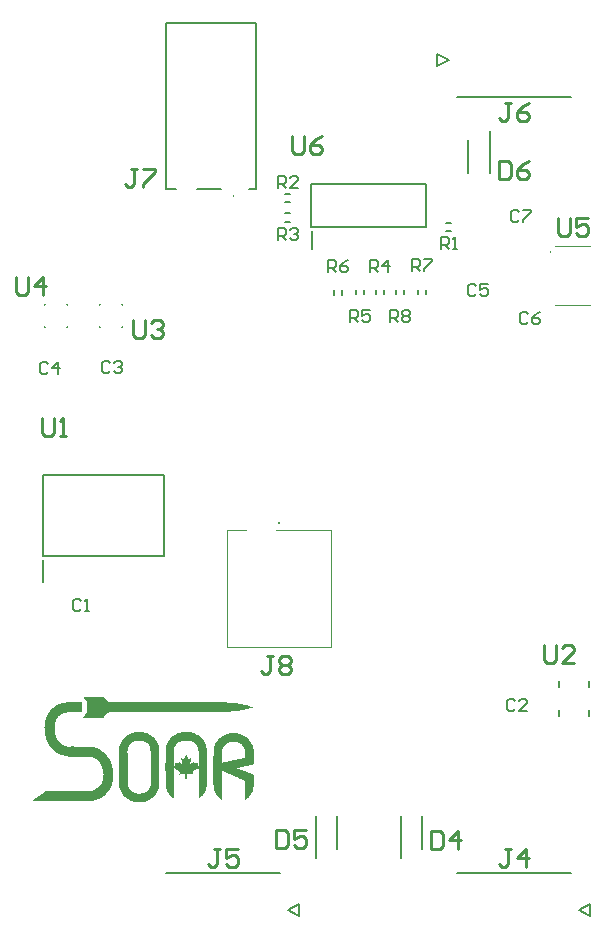
<source format=gto>
G04*
G04 #@! TF.GenerationSoftware,Altium Limited,Altium Designer,24.0.1 (36)*
G04*
G04 Layer_Color=65535*
%FSLAX25Y25*%
%MOIN*%
G70*
G04*
G04 #@! TF.SameCoordinates,8111244A-D8C8-47A8-AF56-D19D7FDA50C5*
G04*
G04*
G04 #@! TF.FilePolarity,Positive*
G04*
G01*
G75*
%ADD10C,0.00394*%
%ADD11C,0.00787*%
%ADD12C,0.00500*%
%ADD13C,0.00800*%
%ADD14C,0.01000*%
G36*
X88334Y106205D02*
X88570D01*
Y106087D01*
X88807D01*
Y105968D01*
X88925D01*
Y105732D01*
X89043D01*
Y105614D01*
X89161D01*
Y105495D01*
X89280D01*
Y105377D01*
X89398D01*
Y105259D01*
X89516D01*
Y105140D01*
X89635D01*
Y105022D01*
X89753D01*
Y104904D01*
X89871D01*
Y104786D01*
X89989D01*
Y104667D01*
X90108D01*
Y104549D01*
X90226D01*
Y104431D01*
X129728D01*
Y104313D01*
X131265D01*
Y104194D01*
X132330D01*
Y104076D01*
X133276D01*
Y103958D01*
X133986D01*
Y103839D01*
X134577D01*
Y103721D01*
X135168D01*
Y103603D01*
X135760D01*
Y103485D01*
X136233D01*
Y103366D01*
X136706D01*
Y103248D01*
X137061D01*
Y103130D01*
X137534D01*
Y103012D01*
X137889D01*
Y102893D01*
X138243D01*
Y102657D01*
X137889D01*
Y102539D01*
X137534D01*
Y102420D01*
X137179D01*
Y102302D01*
X136706D01*
Y102184D01*
X136233D01*
Y102065D01*
X135760D01*
Y101947D01*
X135168D01*
Y101829D01*
X134695D01*
Y101711D01*
X133986D01*
Y101592D01*
X133276D01*
Y101474D01*
X132330D01*
Y101356D01*
X131147D01*
Y101237D01*
X129491D01*
Y101119D01*
X123105D01*
Y101237D01*
X109149D01*
Y101119D01*
X90226D01*
Y101001D01*
X90108D01*
Y100883D01*
X89989D01*
Y100764D01*
X89871D01*
Y100646D01*
X89753D01*
Y100528D01*
X89635D01*
Y100410D01*
X89516D01*
Y100291D01*
X89398D01*
Y100173D01*
X89280D01*
Y100055D01*
X89161D01*
Y99936D01*
X89043D01*
Y99818D01*
X88925D01*
Y99700D01*
X88807D01*
Y99582D01*
X88688D01*
Y99345D01*
X88452D01*
Y99227D01*
X81711D01*
Y99345D01*
X81829D01*
Y99463D01*
X81947D01*
Y99700D01*
X82065D01*
Y99818D01*
X82184D01*
Y99936D01*
X82302D01*
Y100173D01*
X82420D01*
Y100291D01*
X82538D01*
Y100410D01*
X82657D01*
Y100646D01*
X82775D01*
Y100764D01*
X82893D01*
Y101001D01*
X83012D01*
Y104313D01*
X83130D01*
Y104431D01*
X83012D01*
Y104667D01*
X82893D01*
Y104786D01*
X82775D01*
Y104904D01*
X82657D01*
Y105140D01*
X82538D01*
Y105259D01*
X82420D01*
Y105377D01*
X82302D01*
Y105614D01*
X82184D01*
Y105732D01*
X82065D01*
Y105850D01*
X81947D01*
Y106087D01*
X81829D01*
Y106205D01*
X81711D01*
Y106323D01*
X88334D01*
Y106205D01*
D02*
G37*
G36*
X116955Y94378D02*
X117901D01*
Y94260D01*
X118374D01*
Y94141D01*
X118729D01*
Y94023D01*
X119084D01*
Y93905D01*
X119320D01*
Y93787D01*
X119557D01*
Y93668D01*
X119793D01*
Y93550D01*
X120030D01*
Y93432D01*
X120266D01*
Y93313D01*
X120385D01*
Y93195D01*
X120503D01*
Y93077D01*
X120739D01*
Y92959D01*
X120858D01*
Y92840D01*
X120976D01*
Y92722D01*
X121094D01*
Y92604D01*
X121212D01*
Y92486D01*
X121331D01*
Y92367D01*
X121449D01*
Y92249D01*
X121567D01*
Y92131D01*
X121686D01*
Y92013D01*
X121804D01*
Y91776D01*
X121922D01*
Y91658D01*
X122040D01*
Y91421D01*
X122159D01*
Y91303D01*
X122277D01*
Y91066D01*
X122395D01*
Y90830D01*
X122513D01*
Y90593D01*
X122632D01*
Y90238D01*
X122750D01*
Y89765D01*
X122868D01*
Y89292D01*
X122986D01*
Y88346D01*
X123105D01*
Y77229D01*
X122986D01*
Y76164D01*
X122868D01*
Y75691D01*
X122750D01*
Y75336D01*
X122632D01*
Y74982D01*
X122513D01*
Y74745D01*
X122395D01*
Y74509D01*
X122277D01*
Y74272D01*
X122159D01*
Y74154D01*
X122040D01*
Y73917D01*
X121922D01*
Y73799D01*
X121804D01*
Y73681D01*
X121686D01*
Y73444D01*
X121567D01*
Y73326D01*
X121449D01*
Y73208D01*
X121331D01*
Y73089D01*
X121212D01*
Y72971D01*
X121094D01*
Y72853D01*
X120976D01*
Y72735D01*
X120858D01*
Y72616D01*
X120739D01*
Y72498D01*
X120503D01*
Y72380D01*
X120385D01*
Y72262D01*
X120266D01*
Y82314D01*
X120148D01*
Y82433D01*
X119912D01*
Y82314D01*
X119793D01*
Y82196D01*
X119557D01*
Y82078D01*
X119439D01*
Y81960D01*
X119202D01*
Y81841D01*
X119084D01*
Y81723D01*
X118847D01*
Y81605D01*
X118729D01*
Y81486D01*
X118611D01*
Y81368D01*
X118374D01*
Y81132D01*
X118256D01*
Y80659D01*
X118374D01*
Y80422D01*
X117428D01*
Y80540D01*
X116837D01*
Y80659D01*
X116718D01*
Y80540D01*
X116482D01*
Y80304D01*
X116364D01*
Y80186D01*
X116482D01*
Y79121D01*
X116364D01*
Y79003D01*
X116245D01*
Y78885D01*
X116009D01*
Y79003D01*
X115772D01*
Y80540D01*
X115536D01*
Y80659D01*
X115417D01*
Y80540D01*
X114708D01*
Y80422D01*
X113998D01*
Y80304D01*
X113880D01*
Y80659D01*
X113998D01*
Y81250D01*
X113880D01*
Y81368D01*
X113761D01*
Y81486D01*
X113525D01*
Y81605D01*
X113407D01*
Y81723D01*
X113170D01*
Y81841D01*
X113052D01*
Y81960D01*
X112815D01*
Y82078D01*
X112697D01*
Y82196D01*
X112579D01*
Y82314D01*
X112342D01*
Y82433D01*
X112106D01*
Y72380D01*
X111751D01*
Y72498D01*
X111633D01*
Y72616D01*
X111514D01*
Y72735D01*
X111396D01*
Y72853D01*
X111278D01*
Y72971D01*
X111160D01*
Y73089D01*
X111041D01*
Y73208D01*
X110923D01*
Y73326D01*
X110805D01*
Y73444D01*
X110687D01*
Y73563D01*
X110568D01*
Y73681D01*
X110450D01*
Y73917D01*
X110332D01*
Y74036D01*
X110213D01*
Y74154D01*
X110095D01*
Y74390D01*
X109977D01*
Y74627D01*
X109859D01*
Y74863D01*
X109740D01*
Y75100D01*
X109622D01*
Y75455D01*
X109504D01*
Y75810D01*
X109386D01*
Y76401D01*
X109267D01*
Y81368D01*
X109149D01*
Y84325D01*
X109267D01*
Y89174D01*
X109386D01*
Y89647D01*
X109504D01*
Y90120D01*
X109622D01*
Y90475D01*
X109740D01*
Y90711D01*
X109859D01*
Y90948D01*
X109977D01*
Y91185D01*
X110095D01*
Y91421D01*
X110213D01*
Y91539D01*
X110332D01*
Y91776D01*
X110450D01*
Y91894D01*
X110568D01*
Y92131D01*
X110687D01*
Y92249D01*
X110805D01*
Y92367D01*
X110923D01*
Y92486D01*
X111041D01*
Y92604D01*
X111160D01*
Y92722D01*
X111278D01*
Y92840D01*
X111396D01*
Y92959D01*
X111514D01*
Y93077D01*
X111751D01*
Y93195D01*
X111869D01*
Y93313D01*
X112106D01*
Y93432D01*
X112224D01*
Y93550D01*
X112461D01*
Y93668D01*
X112697D01*
Y93787D01*
X112934D01*
Y93905D01*
X113170D01*
Y94023D01*
X113525D01*
Y94141D01*
X113880D01*
Y94260D01*
X114353D01*
Y94378D01*
X115181D01*
Y94496D01*
X116955D01*
Y94378D01*
D02*
G37*
G36*
X132211Y94023D02*
X133394D01*
Y93905D01*
X133986D01*
Y93787D01*
X134340D01*
Y93668D01*
X134695D01*
Y93550D01*
X134932D01*
Y93432D01*
X135168D01*
Y93313D01*
X135405D01*
Y93195D01*
X135641D01*
Y93077D01*
X135760D01*
Y92959D01*
X135996D01*
Y92840D01*
X136114D01*
Y92722D01*
X136233D01*
Y92604D01*
X136351D01*
Y92486D01*
X136588D01*
Y92367D01*
X136706D01*
Y92249D01*
X136824D01*
Y92131D01*
X136942D01*
Y91894D01*
X137061D01*
Y91776D01*
X137179D01*
Y91658D01*
X137297D01*
Y91539D01*
X137415D01*
Y91303D01*
X137534D01*
Y91185D01*
X137652D01*
Y90948D01*
X137770D01*
Y90830D01*
X137889D01*
Y90593D01*
X138007D01*
Y90357D01*
X138125D01*
Y90120D01*
X138243D01*
Y89765D01*
X138362D01*
Y89411D01*
X138480D01*
Y88819D01*
X138598D01*
Y83852D01*
X138480D01*
Y83734D01*
X138362D01*
Y83615D01*
X138125D01*
Y83497D01*
X137534D01*
Y83379D01*
X136942D01*
Y83261D01*
X136351D01*
Y83142D01*
X135878D01*
Y83024D01*
X135286D01*
Y82906D01*
X134695D01*
Y82788D01*
X134222D01*
Y82669D01*
X133631D01*
Y82551D01*
X133158D01*
Y82433D01*
X133039D01*
Y82314D01*
X133276D01*
Y82196D01*
X133631D01*
Y82078D01*
X133986D01*
Y81960D01*
X134340D01*
Y81841D01*
X134695D01*
Y81723D01*
X134932D01*
Y81605D01*
X135286D01*
Y81486D01*
X135641D01*
Y81368D01*
X135996D01*
Y81250D01*
X136351D01*
Y81132D01*
X136588D01*
Y81014D01*
X136942D01*
Y80895D01*
X137297D01*
Y80777D01*
X137652D01*
Y80659D01*
X138007D01*
Y80540D01*
X138243D01*
Y80422D01*
X138480D01*
Y80186D01*
X138598D01*
Y76164D01*
X138480D01*
Y75455D01*
X138362D01*
Y74982D01*
X138243D01*
Y74627D01*
X138125D01*
Y74390D01*
X138007D01*
Y74154D01*
X137889D01*
Y73917D01*
X137770D01*
Y73681D01*
X137652D01*
Y73563D01*
X137534D01*
Y73326D01*
X137415D01*
Y73208D01*
X137297D01*
Y73089D01*
X137179D01*
Y72971D01*
X137061D01*
Y72735D01*
X136942D01*
Y72616D01*
X136824D01*
Y72498D01*
X136588D01*
Y72380D01*
X136469D01*
Y72262D01*
X136351D01*
Y72143D01*
X136233D01*
Y72025D01*
X136114D01*
Y71907D01*
X135878D01*
Y71789D01*
X135760D01*
Y73563D01*
Y73681D01*
Y78057D01*
X135641D01*
Y78293D01*
X135523D01*
Y78412D01*
X135286D01*
Y78530D01*
X134932D01*
Y78648D01*
X134695D01*
Y78766D01*
X134459D01*
Y78885D01*
X134104D01*
Y79003D01*
X133867D01*
Y79121D01*
X133631D01*
Y79239D01*
X133276D01*
Y79358D01*
X133039D01*
Y79476D01*
X132803D01*
Y79594D01*
X132448D01*
Y79712D01*
X132211D01*
Y79831D01*
X131975D01*
Y79949D01*
X131620D01*
Y80067D01*
X131384D01*
Y80186D01*
X131147D01*
Y80304D01*
X130911D01*
Y80422D01*
X130556D01*
Y80540D01*
X130319D01*
Y80659D01*
X130083D01*
Y80777D01*
X129728D01*
Y80895D01*
X129491D01*
Y81014D01*
X129255D01*
Y81132D01*
X129018D01*
Y81250D01*
X128664D01*
Y81368D01*
X128427D01*
Y81486D01*
X128072D01*
Y81250D01*
X127954D01*
Y72262D01*
X128072D01*
Y72025D01*
X127954D01*
Y71907D01*
X127717D01*
Y72025D01*
X127599D01*
Y72143D01*
X127481D01*
Y72262D01*
X127363D01*
Y72380D01*
X127244D01*
Y72498D01*
X127126D01*
Y72616D01*
X127008D01*
Y72735D01*
X126889D01*
Y72853D01*
X126771D01*
Y72971D01*
X126653D01*
Y73089D01*
X126535D01*
Y73208D01*
X126416D01*
Y73326D01*
X126298D01*
Y73563D01*
X126180D01*
Y73681D01*
X126061D01*
Y73917D01*
X125943D01*
Y74154D01*
X125825D01*
Y74390D01*
X125707D01*
Y74627D01*
X125589D01*
Y74982D01*
X125470D01*
Y75336D01*
X125352D01*
Y75928D01*
X125234D01*
Y76756D01*
X125115D01*
Y86572D01*
X125234D01*
Y88937D01*
X125352D01*
Y89529D01*
X125470D01*
Y89884D01*
X125589D01*
Y90120D01*
X125707D01*
Y90475D01*
X125825D01*
Y90711D01*
X125943D01*
Y90830D01*
X126061D01*
Y91066D01*
X126180D01*
Y91185D01*
X126298D01*
Y91421D01*
X126416D01*
Y91539D01*
X126535D01*
Y91658D01*
X126653D01*
Y91894D01*
X126771D01*
Y92013D01*
X126889D01*
Y92131D01*
X127008D01*
Y92249D01*
X127126D01*
Y92367D01*
X127244D01*
Y92486D01*
X127481D01*
Y92604D01*
X127599D01*
Y92722D01*
X127717D01*
Y92840D01*
X127836D01*
Y92959D01*
X128072D01*
Y93077D01*
X128190D01*
Y93195D01*
X128427D01*
Y93313D01*
X128664D01*
Y93432D01*
X128900D01*
Y93550D01*
X129137D01*
Y93668D01*
X129491D01*
Y93787D01*
X129846D01*
Y93905D01*
X130319D01*
Y94023D01*
X131502D01*
Y94141D01*
X132211D01*
Y94023D01*
D02*
G37*
G36*
X81238Y104313D02*
X81356D01*
Y103839D01*
X81238D01*
Y101237D01*
X81119D01*
Y101119D01*
X76270D01*
Y101001D01*
X75679D01*
Y100883D01*
X75324D01*
Y100764D01*
X74969D01*
Y100646D01*
X74733D01*
Y100528D01*
X74496D01*
Y100410D01*
X74378D01*
Y100291D01*
X74141D01*
Y100173D01*
X74023D01*
Y100055D01*
X73905D01*
Y99936D01*
X73668D01*
Y99818D01*
X73550D01*
Y99582D01*
X73432D01*
Y99463D01*
X73313D01*
Y99345D01*
X73195D01*
Y99227D01*
X73077D01*
Y98990D01*
X72959D01*
Y98754D01*
X72840D01*
Y98517D01*
X72722D01*
Y98281D01*
X72604D01*
Y97926D01*
X72486D01*
Y97453D01*
X72367D01*
Y96980D01*
X72249D01*
Y94260D01*
X72367D01*
Y93787D01*
X72486D01*
Y93432D01*
X72604D01*
Y93077D01*
X72722D01*
Y92840D01*
X72840D01*
Y92604D01*
X72959D01*
Y92367D01*
X73077D01*
Y92131D01*
X73195D01*
Y92013D01*
X73313D01*
Y91776D01*
X73432D01*
Y91658D01*
X73550D01*
Y91421D01*
X73668D01*
Y91303D01*
X73786D01*
Y91185D01*
X73905D01*
Y91066D01*
X74023D01*
Y90948D01*
X74141D01*
Y90830D01*
X74260D01*
Y90711D01*
X74378D01*
Y90593D01*
X74614D01*
Y90475D01*
X74733D01*
Y90357D01*
X74851D01*
Y90238D01*
X75087D01*
Y90120D01*
X75324D01*
Y90002D01*
X75561D01*
Y89884D01*
X75915D01*
Y89765D01*
X76507D01*
Y89647D01*
X77808D01*
Y89765D01*
X78872D01*
Y89647D01*
X81711D01*
Y89529D01*
X82065D01*
Y89647D01*
X84786D01*
Y89529D01*
X85259D01*
Y89411D01*
X85732D01*
Y89292D01*
X86086D01*
Y89174D01*
X86323D01*
Y89056D01*
X86678D01*
Y88937D01*
X86914D01*
Y88819D01*
X87151D01*
Y88701D01*
X87269D01*
Y88583D01*
X87506D01*
Y88464D01*
X87742D01*
Y88346D01*
X87861D01*
Y88228D01*
X88097D01*
Y88110D01*
X88215D01*
Y87991D01*
X88334D01*
Y87873D01*
X88570D01*
Y87755D01*
X88688D01*
Y87637D01*
X88807D01*
Y87518D01*
X88925D01*
Y87400D01*
X89043D01*
Y87282D01*
X89161D01*
Y87164D01*
X89280D01*
Y87045D01*
X89398D01*
Y86927D01*
X89516D01*
Y86809D01*
X89635D01*
Y86572D01*
X89753D01*
Y86454D01*
X89871D01*
Y86336D01*
X89989D01*
Y86217D01*
X90108D01*
Y85981D01*
X90226D01*
Y85862D01*
X90344D01*
Y85626D01*
X90462D01*
Y85389D01*
X90581D01*
Y85271D01*
X90699D01*
Y85035D01*
X90817D01*
Y84798D01*
X90936D01*
Y84443D01*
X91054D01*
Y84207D01*
X91172D01*
Y83852D01*
X91290D01*
Y83497D01*
X91409D01*
Y83024D01*
X91527D01*
Y82551D01*
X91645D01*
Y81960D01*
X91764D01*
Y81132D01*
X91882D01*
Y79003D01*
X91764D01*
Y78175D01*
X91645D01*
Y77702D01*
X91527D01*
Y77347D01*
X91409D01*
Y76992D01*
X91290D01*
Y76638D01*
X91172D01*
Y76401D01*
X91054D01*
Y76164D01*
X90936D01*
Y75928D01*
X90817D01*
Y75691D01*
X90699D01*
Y75455D01*
X90581D01*
Y75218D01*
X90462D01*
Y75100D01*
X90344D01*
Y74863D01*
X90226D01*
Y74745D01*
X90108D01*
Y74627D01*
X89989D01*
Y74390D01*
X89871D01*
Y74272D01*
X89753D01*
Y74154D01*
X89635D01*
Y74036D01*
X89516D01*
Y73917D01*
X89398D01*
Y73799D01*
X89280D01*
Y73681D01*
X89161D01*
Y73563D01*
X89043D01*
Y73444D01*
X88925D01*
Y73326D01*
X88807D01*
Y73208D01*
X88688D01*
Y73089D01*
X88452D01*
Y72971D01*
X88334D01*
Y72853D01*
X88097D01*
Y72735D01*
X87979D01*
Y72616D01*
X87742D01*
Y72498D01*
X87506D01*
Y72380D01*
X87269D01*
Y72262D01*
X87033D01*
Y72143D01*
X86678D01*
Y72025D01*
X86323D01*
Y71907D01*
X85968D01*
Y71789D01*
X85377D01*
Y71670D01*
X83130D01*
Y71552D01*
X64916D01*
Y71789D01*
X65153D01*
Y71907D01*
X65271D01*
Y72025D01*
X65508D01*
Y72143D01*
X65626D01*
Y72262D01*
X65744D01*
Y72380D01*
X65981D01*
Y72498D01*
X66099D01*
Y72616D01*
X66336D01*
Y72735D01*
X66454D01*
Y72853D01*
X66690D01*
Y72971D01*
X66809D01*
Y73089D01*
X67045D01*
Y73208D01*
X67163D01*
Y73326D01*
X67400D01*
Y73444D01*
X67518D01*
Y73563D01*
X67637D01*
Y73681D01*
X67873D01*
Y73799D01*
X67991D01*
Y73917D01*
X68228D01*
Y74036D01*
X68346D01*
Y74154D01*
X68583D01*
Y74272D01*
X68701D01*
Y74390D01*
X68937D01*
Y74509D01*
X69056D01*
Y74627D01*
X69174D01*
Y74745D01*
X69411D01*
Y74863D01*
X84312D01*
Y74982D01*
X84904D01*
Y75100D01*
X85259D01*
Y75218D01*
X85614D01*
Y75336D01*
X85850D01*
Y75455D01*
X86086D01*
Y75573D01*
X86205D01*
Y75691D01*
X86441D01*
Y75810D01*
X86560D01*
Y75928D01*
X86796D01*
Y76046D01*
X86914D01*
Y76164D01*
X87033D01*
Y76283D01*
X87151D01*
Y76401D01*
X87269D01*
Y76519D01*
X87388D01*
Y76638D01*
X87506D01*
Y76874D01*
X87624D01*
Y76992D01*
X87742D01*
Y77229D01*
X87861D01*
Y77347D01*
X87979D01*
Y77584D01*
X88097D01*
Y77938D01*
X88215D01*
Y78293D01*
X88334D01*
Y78766D01*
X88452D01*
Y80067D01*
X88570D01*
Y80422D01*
X88452D01*
Y81723D01*
X88334D01*
Y82314D01*
X88215D01*
Y82669D01*
X88097D01*
Y83024D01*
X87979D01*
Y83261D01*
X87861D01*
Y83497D01*
X87742D01*
Y83734D01*
X87624D01*
Y83970D01*
X87506D01*
Y84088D01*
X87388D01*
Y84325D01*
X87269D01*
Y84443D01*
X87151D01*
Y84562D01*
X87033D01*
Y84680D01*
X86914D01*
Y84798D01*
X86796D01*
Y84916D01*
X86678D01*
Y85035D01*
X86560D01*
Y85153D01*
X86441D01*
Y85271D01*
X86323D01*
Y85389D01*
X86205D01*
Y85508D01*
X85968D01*
Y85626D01*
X85850D01*
Y85744D01*
X85614D01*
Y85862D01*
X85377D01*
Y85981D01*
X85140D01*
Y86099D01*
X84786D01*
Y86217D01*
X84431D01*
Y86336D01*
X81001D01*
Y86217D01*
X78044D01*
Y86336D01*
X76625D01*
Y86454D01*
X75797D01*
Y86572D01*
X75324D01*
Y86690D01*
X74851D01*
Y86809D01*
X74496D01*
Y86927D01*
X74141D01*
Y87045D01*
X73905D01*
Y87164D01*
X73550D01*
Y87282D01*
X73313D01*
Y87400D01*
X73195D01*
Y87518D01*
X72959D01*
Y87637D01*
X72722D01*
Y87755D01*
X72604D01*
Y87873D01*
X72486D01*
Y87991D01*
X72249D01*
Y88110D01*
X72131D01*
Y88228D01*
X72013D01*
Y88346D01*
X71894D01*
Y88464D01*
X71776D01*
Y88583D01*
X71658D01*
Y88701D01*
X71539D01*
Y88819D01*
X71421D01*
Y88937D01*
X71303D01*
Y89056D01*
X71185D01*
Y89174D01*
X71066D01*
Y89292D01*
X70948D01*
Y89529D01*
X70830D01*
Y89647D01*
X70711D01*
Y89765D01*
X70593D01*
Y90002D01*
X70475D01*
Y90238D01*
X70357D01*
Y90357D01*
X70239D01*
Y90593D01*
X70120D01*
Y90830D01*
X70002D01*
Y91066D01*
X69884D01*
Y91303D01*
X69765D01*
Y91658D01*
X69647D01*
Y92013D01*
X69529D01*
Y92367D01*
X69411D01*
Y92722D01*
X69292D01*
Y93077D01*
X69174D01*
Y93668D01*
X69056D01*
Y94378D01*
X68937D01*
Y95797D01*
X68819D01*
Y96034D01*
X68937D01*
Y97453D01*
X69056D01*
Y98044D01*
X69174D01*
Y98517D01*
X69292D01*
Y98990D01*
X69411D01*
Y99227D01*
X69529D01*
Y99582D01*
X69647D01*
Y99818D01*
X69765D01*
Y100055D01*
X69884D01*
Y100291D01*
X70002D01*
Y100528D01*
X70120D01*
Y100764D01*
X70239D01*
Y100883D01*
X70357D01*
Y101119D01*
X70475D01*
Y101237D01*
X70593D01*
Y101356D01*
X70711D01*
Y101592D01*
X70830D01*
Y101711D01*
X70948D01*
Y101829D01*
X71066D01*
Y101947D01*
X71185D01*
Y102065D01*
X71303D01*
Y102184D01*
X71421D01*
Y102302D01*
X71539D01*
Y102420D01*
X71658D01*
Y102539D01*
X71776D01*
Y102657D01*
X72013D01*
Y102775D01*
X72131D01*
Y102893D01*
X72249D01*
Y103012D01*
X72486D01*
Y103130D01*
X72604D01*
Y103248D01*
X72840D01*
Y103366D01*
X73077D01*
Y103485D01*
X73313D01*
Y103603D01*
X73550D01*
Y103721D01*
X73786D01*
Y103839D01*
X74141D01*
Y103958D01*
X74496D01*
Y104076D01*
X74851D01*
Y104194D01*
X75324D01*
Y104313D01*
X76034D01*
Y104431D01*
X81238D01*
Y104313D01*
D02*
G37*
G36*
X101580Y94378D02*
X102171D01*
Y94260D01*
X102644D01*
Y94141D01*
X102999D01*
Y94023D01*
X103236D01*
Y93905D01*
X103590D01*
Y93787D01*
X103827D01*
Y93668D01*
X104063D01*
Y93550D01*
X104182D01*
Y93432D01*
X104418D01*
Y93313D01*
X104536D01*
Y93195D01*
X104773D01*
Y93077D01*
X104891D01*
Y92959D01*
X105010D01*
Y92840D01*
X105128D01*
Y92722D01*
X105246D01*
Y92604D01*
X105364D01*
Y92486D01*
X105483D01*
Y92367D01*
X105601D01*
Y92249D01*
X105719D01*
Y92131D01*
X105838D01*
Y92013D01*
X105956D01*
Y91776D01*
X106074D01*
Y91658D01*
X106192D01*
Y91421D01*
X106311D01*
Y91185D01*
X106429D01*
Y91066D01*
X106547D01*
Y90711D01*
X106665D01*
Y90475D01*
X106784D01*
Y90120D01*
X106902D01*
Y89765D01*
X107020D01*
Y89174D01*
X107139D01*
Y76283D01*
X107020D01*
Y75810D01*
X106902D01*
Y75455D01*
X106784D01*
Y75100D01*
X106665D01*
Y74863D01*
X106547D01*
Y74627D01*
X106429D01*
Y74390D01*
X106311D01*
Y74154D01*
X106192D01*
Y74036D01*
X106074D01*
Y73799D01*
X105956D01*
Y73681D01*
X105838D01*
Y73563D01*
X105719D01*
Y73326D01*
X105601D01*
Y73208D01*
X105483D01*
Y73089D01*
X105364D01*
Y72971D01*
X105246D01*
Y72853D01*
X105128D01*
Y72735D01*
X105010D01*
Y72616D01*
X104773D01*
Y72498D01*
X104655D01*
Y72380D01*
X104536D01*
Y72262D01*
X104300D01*
Y72143D01*
X104182D01*
Y72025D01*
X103945D01*
Y71907D01*
X103709D01*
Y71789D01*
X103472D01*
Y71670D01*
X103236D01*
Y71552D01*
X102999D01*
Y71434D01*
X102644D01*
Y71315D01*
X102171D01*
Y71197D01*
X101343D01*
Y71079D01*
X99687D01*
Y71197D01*
X98860D01*
Y71315D01*
X98268D01*
Y71434D01*
X97913D01*
Y71552D01*
X97677D01*
Y71670D01*
X97322D01*
Y71789D01*
X97086D01*
Y71907D01*
X96967D01*
Y72025D01*
X96731D01*
Y72143D01*
X96494D01*
Y72262D01*
X96376D01*
Y72380D01*
X96258D01*
Y72498D01*
X96021D01*
Y72616D01*
X95903D01*
Y72735D01*
X95785D01*
Y72853D01*
X95666D01*
Y72971D01*
X95548D01*
Y73089D01*
X95430D01*
Y73208D01*
X95311D01*
Y73326D01*
X95193D01*
Y73444D01*
X95075D01*
Y73681D01*
X94957D01*
Y73799D01*
X94839D01*
Y73917D01*
X94720D01*
Y74154D01*
X94602D01*
Y74390D01*
X94484D01*
Y74509D01*
X94365D01*
Y74745D01*
X94247D01*
Y75100D01*
X94129D01*
Y75336D01*
X94011D01*
Y75691D01*
X93892D01*
Y76283D01*
X93774D01*
Y87873D01*
X93656D01*
Y88464D01*
X93774D01*
Y89411D01*
X93892D01*
Y89884D01*
X94011D01*
Y90238D01*
X94129D01*
Y90593D01*
X94247D01*
Y90830D01*
X94365D01*
Y91066D01*
X94484D01*
Y91303D01*
X94602D01*
Y91421D01*
X94720D01*
Y91658D01*
X94839D01*
Y91776D01*
X94957D01*
Y92013D01*
X95075D01*
Y92131D01*
X95193D01*
Y92249D01*
X95311D01*
Y92367D01*
X95430D01*
Y92486D01*
X95548D01*
Y92604D01*
X95666D01*
Y92722D01*
X95785D01*
Y92840D01*
X95903D01*
Y92959D01*
X96021D01*
Y93077D01*
X96139D01*
Y93195D01*
X96258D01*
Y93313D01*
X96494D01*
Y93432D01*
X96613D01*
Y93550D01*
X96849D01*
Y93668D01*
X97086D01*
Y93787D01*
X97322D01*
Y93905D01*
X97559D01*
Y94023D01*
X97913D01*
Y94141D01*
X98268D01*
Y94260D01*
X98623D01*
Y94378D01*
X99333D01*
Y94496D01*
X101580D01*
Y94378D01*
D02*
G37*
%LPC*%
G36*
X117310Y91658D02*
X115062D01*
Y91539D01*
X114589D01*
Y91421D01*
X114235D01*
Y91303D01*
X113998D01*
Y91185D01*
X113761D01*
Y91066D01*
X113525D01*
Y90948D01*
X113407D01*
Y90830D01*
X113170D01*
Y90711D01*
X113052D01*
Y90593D01*
X112934D01*
Y90475D01*
X112815D01*
Y90238D01*
X112697D01*
Y90120D01*
X112579D01*
Y90002D01*
X112461D01*
Y89765D01*
X112342D01*
Y89411D01*
X112224D01*
Y88937D01*
X112106D01*
Y87400D01*
X111987D01*
Y85271D01*
X112106D01*
Y83024D01*
X112461D01*
Y83497D01*
X112342D01*
Y84088D01*
X112224D01*
Y84207D01*
X112934D01*
Y84088D01*
X113407D01*
Y84207D01*
X113525D01*
Y84325D01*
X113643D01*
Y84562D01*
X113998D01*
Y84443D01*
X114116D01*
Y84325D01*
X114235D01*
Y84207D01*
X114353D01*
Y84088D01*
X114471D01*
Y83970D01*
X114708D01*
Y84325D01*
X114589D01*
Y85035D01*
X114471D01*
Y85744D01*
X114353D01*
Y85862D01*
X114589D01*
Y85744D01*
X114826D01*
Y85626D01*
X114944D01*
Y85508D01*
X115299D01*
Y85626D01*
X115417D01*
Y85744D01*
X115536D01*
Y85981D01*
X115654D01*
Y86217D01*
X115772D01*
Y86454D01*
X115890D01*
Y86572D01*
X116009D01*
Y86690D01*
X116245D01*
Y86454D01*
X116364D01*
Y86336D01*
X116482D01*
Y86099D01*
X116600D01*
Y85862D01*
X116718D01*
Y85744D01*
X116837D01*
Y85626D01*
X116955D01*
Y85508D01*
X117310D01*
Y85626D01*
X117428D01*
Y85744D01*
X117664D01*
Y85862D01*
X117783D01*
Y85389D01*
X117664D01*
Y84680D01*
X117546D01*
Y84207D01*
X117428D01*
Y84088D01*
X117546D01*
Y83970D01*
X117783D01*
Y84088D01*
X117901D01*
Y84207D01*
X118019D01*
Y84325D01*
X118256D01*
Y84443D01*
X118374D01*
Y84562D01*
X118611D01*
Y84325D01*
X118729D01*
Y84207D01*
X119084D01*
Y84088D01*
X119320D01*
Y84207D01*
X119912D01*
Y84325D01*
X120030D01*
Y83734D01*
X119912D01*
Y83024D01*
X120030D01*
Y82906D01*
X120148D01*
Y83261D01*
X120266D01*
Y88228D01*
X120148D01*
Y88346D01*
Y89056D01*
X120030D01*
Y89411D01*
X119912D01*
Y89647D01*
X119793D01*
Y89884D01*
X119675D01*
Y90120D01*
X119557D01*
Y90238D01*
X119439D01*
Y90357D01*
X119320D01*
Y90593D01*
X119202D01*
Y90711D01*
X118965D01*
Y90830D01*
X118847D01*
Y90948D01*
X118729D01*
Y91066D01*
X118492D01*
Y91185D01*
X118374D01*
Y91303D01*
X118138D01*
Y91421D01*
X117783D01*
Y91539D01*
X117310D01*
Y91658D01*
D02*
G37*
G36*
X132921Y91185D02*
X130911D01*
Y91066D01*
X130438D01*
Y90948D01*
X130083D01*
Y90830D01*
X129846D01*
Y90711D01*
X129728D01*
Y90593D01*
X129491D01*
Y90475D01*
X129373D01*
Y90357D01*
X129255D01*
Y90238D01*
X129137D01*
Y90120D01*
X129018D01*
Y90002D01*
X128900D01*
Y89884D01*
X128782D01*
Y89765D01*
X128664D01*
Y89529D01*
X128545D01*
Y89411D01*
X128427D01*
Y89174D01*
X128309D01*
Y88819D01*
X128190D01*
Y88346D01*
X128072D01*
Y87282D01*
X127954D01*
Y85744D01*
X128072D01*
Y85035D01*
X127954D01*
Y84562D01*
X128072D01*
Y84443D01*
X128190D01*
Y84325D01*
X128545D01*
Y84443D01*
X129137D01*
Y84562D01*
X129610D01*
Y84680D01*
X130201D01*
Y84798D01*
X130792D01*
Y84916D01*
X131265D01*
Y85035D01*
X131857D01*
Y85153D01*
X132330D01*
Y85271D01*
X132921D01*
Y85389D01*
X133394D01*
Y85508D01*
X133986D01*
Y85626D01*
X134577D01*
Y85744D01*
X135168D01*
Y85862D01*
X135523D01*
Y85981D01*
X135641D01*
Y86099D01*
X135760D01*
Y88346D01*
X135641D01*
Y88464D01*
Y88583D01*
Y88819D01*
X135523D01*
Y89056D01*
X135405D01*
Y89411D01*
X135286D01*
Y89529D01*
X135168D01*
Y89765D01*
X135050D01*
Y89884D01*
X134932D01*
Y90002D01*
X134813D01*
Y90120D01*
X134695D01*
Y90238D01*
X134577D01*
Y90357D01*
X134459D01*
Y90475D01*
X134340D01*
Y90593D01*
X134104D01*
Y90711D01*
X133986D01*
Y90830D01*
X133749D01*
Y90948D01*
X133394D01*
Y91066D01*
X132921D01*
Y91185D01*
D02*
G37*
G36*
X101225Y91658D02*
X99569D01*
Y91539D01*
X99096D01*
Y91421D01*
X98741D01*
Y91303D01*
X98505D01*
Y91185D01*
X98268D01*
Y91066D01*
X98032D01*
Y90948D01*
X97913D01*
Y90830D01*
X97795D01*
Y90711D01*
X97677D01*
Y90593D01*
X97559D01*
Y90475D01*
X97440D01*
Y90357D01*
X97322D01*
Y90238D01*
X97204D01*
Y90120D01*
X97086D01*
Y89884D01*
X96967D01*
Y89647D01*
X96849D01*
Y89292D01*
X96731D01*
Y88937D01*
X96613D01*
Y88110D01*
X96494D01*
Y87518D01*
X96613D01*
Y76992D01*
X96731D01*
Y76519D01*
X96849D01*
Y76164D01*
X96967D01*
Y75928D01*
X97086D01*
Y75691D01*
X97204D01*
Y75455D01*
X97322D01*
Y75336D01*
X97440D01*
Y75218D01*
X97559D01*
Y74982D01*
X97677D01*
Y74863D01*
X97913D01*
Y74745D01*
X98032D01*
Y74627D01*
X98150D01*
Y74509D01*
X98387D01*
Y74390D01*
X98623D01*
Y74272D01*
X98860D01*
Y74154D01*
X99214D01*
Y74036D01*
X99806D01*
Y73917D01*
X100988D01*
Y74036D01*
X101580D01*
Y74154D01*
X102053D01*
Y74272D01*
X102408D01*
Y74390D01*
X102644D01*
Y74509D01*
X102762D01*
Y74627D01*
X102999D01*
Y74745D01*
X103117D01*
Y74863D01*
X103354D01*
Y74982D01*
X103472D01*
Y75218D01*
X103590D01*
Y75336D01*
X103709D01*
Y75455D01*
X103827D01*
Y75691D01*
X103945D01*
Y75928D01*
X104063D01*
Y76164D01*
X104182D01*
Y76638D01*
X104300D01*
Y77347D01*
X104418D01*
Y80186D01*
X104300D01*
Y83497D01*
Y83615D01*
Y88346D01*
X104182D01*
Y89056D01*
X104063D01*
Y89529D01*
X103945D01*
Y89765D01*
X103827D01*
Y90002D01*
X103709D01*
Y90120D01*
X103590D01*
Y90357D01*
X103472D01*
Y90475D01*
X103354D01*
Y90593D01*
X103236D01*
Y90711D01*
X103117D01*
Y90830D01*
X102881D01*
Y90948D01*
X102762D01*
Y91066D01*
X102526D01*
Y91185D01*
X102408D01*
Y91303D01*
X102053D01*
Y91421D01*
X101698D01*
Y91539D01*
X101225D01*
Y91658D01*
D02*
G37*
%LPD*%
D10*
X248353Y113180D02*
G03*
X248353Y113574I0J197D01*
G01*
D02*
G03*
X248353Y113180I0J-197D01*
G01*
X132000Y273001D02*
G03*
X132000Y273394I0J197D01*
G01*
D02*
G03*
X132000Y273001I0J-197D01*
G01*
X96069Y232219D02*
G03*
X96069Y232613I0J197D01*
G01*
D02*
G03*
X96069Y232219I0J-197D01*
G01*
X77718D02*
G03*
X77718Y232613I0J197D01*
G01*
D02*
G03*
X77718Y232219I0J-197D01*
G01*
X237420Y254674D02*
G03*
X237420Y254280I0J-197D01*
G01*
D02*
G03*
X237420Y254674I0J197D01*
G01*
X129697Y122862D02*
Y161838D01*
Y122862D02*
Y161838D01*
X164303Y122862D02*
Y161838D01*
Y122862D02*
Y161838D01*
X129697D02*
X136173D01*
X129697D02*
X136173D01*
X129697Y122862D02*
X164303D01*
X129697D02*
X164303D01*
X146016Y161838D02*
X164303D01*
X146016D02*
X164303D01*
X94494Y229463D02*
X94887D01*
Y229857D01*
X87013Y229463D02*
X87407D01*
X87013D02*
Y229857D01*
X94494Y237337D02*
X94887D01*
Y236943D02*
Y237337D01*
X87013D02*
X87407D01*
X87013Y236943D02*
Y237337D01*
X76143Y229463D02*
X76537D01*
Y229857D01*
X68663Y229463D02*
X69057D01*
X68663D02*
Y229857D01*
X76143Y237337D02*
X76537D01*
Y236943D02*
Y237337D01*
X68663D02*
X69057D01*
X68663Y236943D02*
Y237337D01*
X238995Y236958D02*
X250805D01*
X238995Y256643D02*
X250805D01*
D11*
X147000Y164397D02*
G03*
X147000Y164003I0J-197D01*
G01*
D02*
G03*
X147000Y164397I0J197D01*
G01*
D02*
G03*
X147000Y164003I0J-197D01*
G01*
X250321Y109637D02*
Y111606D01*
X240479Y109637D02*
Y111606D01*
Y99795D02*
Y101763D01*
X250321Y99795D02*
Y101763D01*
X202813Y264142D02*
X204387D01*
X202813Y261386D02*
X204387D01*
X157705Y262764D02*
Y277331D01*
X195895D01*
Y262764D02*
Y277331D01*
X157705Y262764D02*
X195895D01*
X157902Y255579D02*
Y261386D01*
X149113Y264622D02*
X150687D01*
X149113Y267378D02*
X150687D01*
X188700Y240413D02*
Y241987D01*
X185944Y240413D02*
Y241987D01*
X168178Y240313D02*
Y241887D01*
X165422Y240313D02*
Y241887D01*
X175378Y240413D02*
Y241987D01*
X172622Y240413D02*
Y241987D01*
X182017Y240413D02*
Y241987D01*
X179261Y240413D02*
Y241987D01*
X149113Y271122D02*
X150687D01*
X149113Y273878D02*
X150687D01*
X196178Y240413D02*
Y241987D01*
X193422Y240413D02*
Y241987D01*
X187757Y52596D02*
Y66612D01*
X194843Y55588D02*
Y66612D01*
X217243Y280988D02*
Y295004D01*
X210157Y280988D02*
Y292012D01*
X159257Y52596D02*
Y66612D01*
X166343Y55588D02*
Y66612D01*
X137098Y275363D02*
X139461D01*
Y330875D01*
X109500D02*
X139461D01*
X109500D02*
X109539Y275363D01*
X112689D01*
X119776D02*
X127650D01*
X68356Y153334D02*
Y180066D01*
X108844D01*
Y153334D02*
Y180066D01*
X68356Y153334D02*
X108844D01*
X68344Y144358D02*
Y151956D01*
D12*
X246948Y35200D02*
X250885Y37168D01*
X246948Y35200D02*
X250885Y33231D01*
Y37168D01*
X206298Y47405D02*
X244290D01*
X199715Y316531D02*
X203652Y318500D01*
X199715Y320468D02*
X203652Y318500D01*
X199715Y316531D02*
Y320468D01*
X206310Y306295D02*
X244302D01*
X109298Y47405D02*
X147291D01*
X153885Y33231D02*
Y37168D01*
X149948Y35200D02*
X153885Y33231D01*
X149948Y35200D02*
X153885Y37168D01*
D13*
X183957Y231340D02*
Y235339D01*
X185956D01*
X186623Y234672D01*
Y233339D01*
X185956Y232673D01*
X183957D01*
X185290D02*
X186623Y231340D01*
X187955Y234672D02*
X188622Y235339D01*
X189955D01*
X190621Y234672D01*
Y234006D01*
X189955Y233339D01*
X190621Y232673D01*
Y232007D01*
X189955Y231340D01*
X188622D01*
X187955Y232007D01*
Y232673D01*
X188622Y233339D01*
X187955Y234006D01*
Y234672D01*
X188622Y233339D02*
X189955D01*
X163468Y247810D02*
Y251809D01*
X165467D01*
X166134Y251143D01*
Y249810D01*
X165467Y249143D01*
X163468D01*
X164801D02*
X166134Y247810D01*
X170132Y251809D02*
X168799Y251143D01*
X167466Y249810D01*
Y248477D01*
X168133Y247810D01*
X169466D01*
X170132Y248477D01*
Y249143D01*
X169466Y249810D01*
X167466D01*
X170640Y231197D02*
Y235196D01*
X172639D01*
X173305Y234529D01*
Y233196D01*
X172639Y232530D01*
X170640D01*
X171972D02*
X173305Y231197D01*
X177304Y235196D02*
X174638D01*
Y233196D01*
X175971Y233863D01*
X176637D01*
X177304Y233196D01*
Y231863D01*
X176637Y231197D01*
X175305D01*
X174638Y231863D01*
X177306Y247810D02*
Y251809D01*
X179306D01*
X179972Y251143D01*
Y249810D01*
X179306Y249143D01*
X177306D01*
X178639D02*
X179972Y247810D01*
X183304D02*
Y251809D01*
X181305Y249810D01*
X183971D01*
X146568Y275862D02*
Y279861D01*
X148567D01*
X149234Y279194D01*
Y277861D01*
X148567Y277195D01*
X146568D01*
X147901D02*
X149234Y275862D01*
X153232D02*
X150566D01*
X153232Y278528D01*
Y279194D01*
X152566Y279861D01*
X151233D01*
X150566Y279194D01*
X191468Y248115D02*
Y252114D01*
X193467D01*
X194134Y251447D01*
Y250114D01*
X193467Y249448D01*
X191468D01*
X192801D02*
X194134Y248115D01*
X195466Y252114D02*
X198132D01*
Y251447D01*
X195466Y248782D01*
Y248115D01*
X146568Y258539D02*
Y262538D01*
X148567D01*
X149233Y261872D01*
Y260539D01*
X148567Y259872D01*
X146568D01*
X147901D02*
X149233Y258539D01*
X150566Y261872D02*
X151233Y262538D01*
X152566D01*
X153232Y261872D01*
Y261205D01*
X152566Y260539D01*
X151899D01*
X152566D01*
X153232Y259872D01*
Y259206D01*
X152566Y258539D01*
X151233D01*
X150566Y259206D01*
X227033Y267903D02*
X226367Y268569D01*
X225034D01*
X224368Y267903D01*
Y265237D01*
X225034Y264571D01*
X226367D01*
X227033Y265237D01*
X228366Y268569D02*
X231032D01*
Y267903D01*
X228366Y265237D01*
Y264571D01*
X229989Y233748D02*
X229323Y234415D01*
X227990D01*
X227324Y233748D01*
Y231082D01*
X227990Y230416D01*
X229323D01*
X229989Y231082D01*
X233988Y234415D02*
X232655Y233748D01*
X231322Y232415D01*
Y231082D01*
X231989Y230416D01*
X233322D01*
X233988Y231082D01*
Y231749D01*
X233322Y232415D01*
X231322D01*
X212734Y243133D02*
X212067Y243799D01*
X210734D01*
X210068Y243133D01*
Y240467D01*
X210734Y239801D01*
X212067D01*
X212734Y240467D01*
X216732Y243799D02*
X214067D01*
Y241800D01*
X215399Y242466D01*
X216066D01*
X216732Y241800D01*
Y240467D01*
X216066Y239801D01*
X214733D01*
X214067Y240467D01*
X200934Y255521D02*
Y259520D01*
X202934D01*
X203600Y258854D01*
Y257521D01*
X202934Y256854D01*
X200934D01*
X202267D02*
X203600Y255521D01*
X204933D02*
X206266D01*
X205599D01*
Y259520D01*
X204933Y258854D01*
X69965Y217264D02*
X69299Y217931D01*
X67966D01*
X67299Y217264D01*
Y214599D01*
X67966Y213932D01*
X69299D01*
X69965Y214599D01*
X73297Y213932D02*
Y217931D01*
X71298Y215932D01*
X73964D01*
X90574Y217410D02*
X89908Y218077D01*
X88575D01*
X87908Y217410D01*
Y214744D01*
X88575Y214078D01*
X89908D01*
X90574Y214744D01*
X91907Y217410D02*
X92573Y218077D01*
X93906D01*
X94573Y217410D01*
Y216744D01*
X93906Y216077D01*
X93240D01*
X93906D01*
X94573Y215411D01*
Y214744D01*
X93906Y214078D01*
X92573D01*
X91907Y214744D01*
X225734Y104833D02*
X225067Y105499D01*
X223734D01*
X223068Y104833D01*
Y102167D01*
X223734Y101501D01*
X225067D01*
X225734Y102167D01*
X229732Y101501D02*
X227066D01*
X229732Y104166D01*
Y104833D01*
X229066Y105499D01*
X227733D01*
X227066Y104833D01*
X81100Y138033D02*
X80434Y138699D01*
X79101D01*
X78434Y138033D01*
Y135367D01*
X79101Y134701D01*
X80434D01*
X81100Y135367D01*
X82433Y134701D02*
X83766D01*
X83099D01*
Y138699D01*
X82433Y138033D01*
D14*
X151526Y293194D02*
Y288196D01*
X152526Y287196D01*
X154525D01*
X155525Y288196D01*
Y293194D01*
X161523D02*
X159523Y292195D01*
X157524Y290195D01*
Y288196D01*
X158524Y287196D01*
X160523D01*
X161523Y288196D01*
Y289195D01*
X160523Y290195D01*
X157524D01*
X220302Y284699D02*
Y278701D01*
X223301D01*
X224300Y279701D01*
Y283699D01*
X223301Y284699D01*
X220302D01*
X230298D02*
X228299Y283699D01*
X226300Y281700D01*
Y279701D01*
X227299Y278701D01*
X229299D01*
X230298Y279701D01*
Y280700D01*
X229299Y281700D01*
X226300D01*
X197802Y61499D02*
Y55501D01*
X200801D01*
X201800Y56501D01*
Y60499D01*
X200801Y61499D01*
X197802D01*
X206799Y55501D02*
Y61499D01*
X203800Y58500D01*
X207798D01*
X146165Y61799D02*
Y55801D01*
X149164D01*
X150164Y56801D01*
Y60799D01*
X149164Y61799D01*
X146165D01*
X156162D02*
X152163D01*
Y58800D01*
X154163Y59800D01*
X155162D01*
X156162Y58800D01*
Y56801D01*
X155162Y55801D01*
X153163D01*
X152163Y56801D01*
X144951Y120006D02*
X142951D01*
X143951D01*
Y115008D01*
X142951Y114008D01*
X141952D01*
X140952Y115008D01*
X146950Y119007D02*
X147950Y120006D01*
X149949D01*
X150949Y119007D01*
Y118007D01*
X149949Y117007D01*
X150949Y116008D01*
Y115008D01*
X149949Y114008D01*
X147950D01*
X146950Y115008D01*
Y116008D01*
X147950Y117007D01*
X146950Y118007D01*
Y119007D01*
X147950Y117007D02*
X149949D01*
X98402Y231899D02*
Y226901D01*
X99401Y225901D01*
X101401D01*
X102400Y226901D01*
Y231899D01*
X104400Y230899D02*
X105399Y231899D01*
X107399D01*
X108398Y230899D01*
Y229900D01*
X107399Y228900D01*
X106399D01*
X107399D01*
X108398Y227900D01*
Y226901D01*
X107399Y225901D01*
X105399D01*
X104400Y226901D01*
X59368Y246336D02*
Y241338D01*
X60368Y240338D01*
X62367D01*
X63367Y241338D01*
Y246336D01*
X68365Y240338D02*
Y246336D01*
X65366Y243337D01*
X69365D01*
X99800Y282299D02*
X97801D01*
X98801D01*
Y277301D01*
X97801Y276301D01*
X96801D01*
X95802Y277301D01*
X101800Y282299D02*
X105798D01*
Y281299D01*
X101800Y277301D01*
Y276301D01*
X224306Y304294D02*
X222306D01*
X223306D01*
Y299296D01*
X222306Y298296D01*
X221307D01*
X220307Y299296D01*
X230304Y304294D02*
X228305Y303295D01*
X226305Y301295D01*
Y299296D01*
X227305Y298296D01*
X229304D01*
X230304Y299296D01*
Y300296D01*
X229304Y301295D01*
X226305D01*
X127295Y55404D02*
X125295D01*
X126295D01*
Y50405D01*
X125295Y49406D01*
X124296D01*
X123296Y50405D01*
X133293Y55404D02*
X129294D01*
Y52405D01*
X131293Y53404D01*
X132293D01*
X133293Y52405D01*
Y50405D01*
X132293Y49406D01*
X130294D01*
X129294Y50405D01*
X224295Y55404D02*
X222295D01*
X223295D01*
Y50405D01*
X222295Y49406D01*
X221296D01*
X220296Y50405D01*
X229293Y49406D02*
Y55404D01*
X226294Y52405D01*
X230293D01*
X240002Y265799D02*
Y260801D01*
X241001Y259801D01*
X243001D01*
X244000Y260801D01*
Y265799D01*
X249998D02*
X246000D01*
Y262800D01*
X247999Y263800D01*
X248999D01*
X249998Y262800D01*
Y260801D01*
X248999Y259801D01*
X246999D01*
X246000Y260801D01*
X67900Y199098D02*
Y194100D01*
X68900Y193100D01*
X70899D01*
X71899Y194100D01*
Y199098D01*
X73898Y193100D02*
X75897D01*
X74898D01*
Y199098D01*
X73898Y198098D01*
X235480Y123404D02*
Y118405D01*
X236480Y117406D01*
X238479D01*
X239479Y118405D01*
Y123404D01*
X245477Y117406D02*
X241478D01*
X245477Y121405D01*
Y122404D01*
X244477Y123404D01*
X242478D01*
X241478Y122404D01*
M02*

</source>
